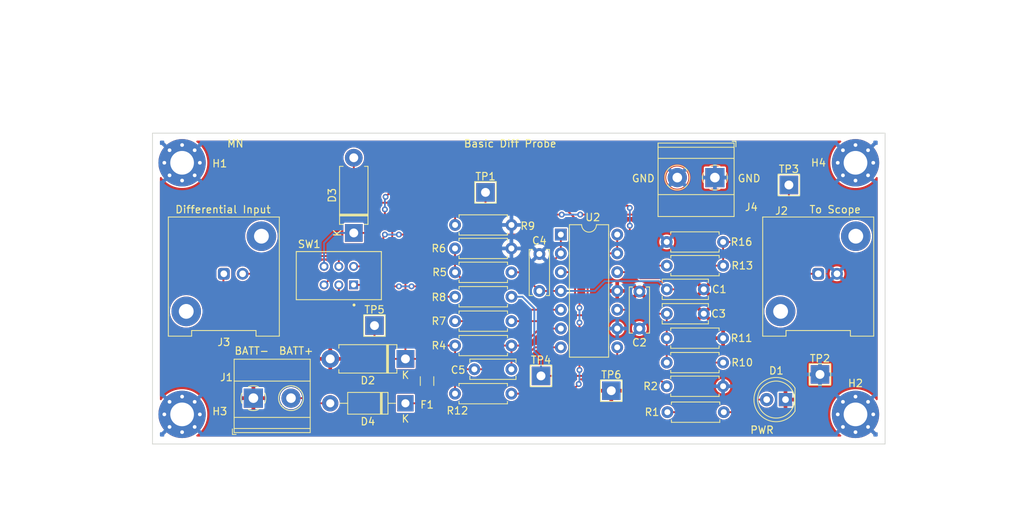
<source format=kicad_pcb>
(kicad_pcb (version 20221018) (generator pcbnew)
  (title_block (title "Basic Diff Probe Layout") (date "2023-09-08") (rev "1"))
  (layers (0 "F.Cu" signal) (31 "B.Cu" signal) (34 "B.Paste" user) (35 "F.Paste" user) (36 "B.SilkS" user "B.Silkscreen") (37 "F.SilkS" user "F.Silkscreen") (38 "B.Mask" user) (39 "F.Mask" user) (44 "Edge.Cuts" user))
  (net 0 "")
  (net 1 "+BATT")
  (net 2 "-BATT")
  (net 3 "Net-(U2C-+)")
  (net 4 "GND")
  (net 5 "Net-(U2B--)")
  (net 6 "Net-(C5-Pad2)")
  (net 7 "Net-(D1-A)")
  (net 8 "Net-(D3-A1)")
  (net 9 "Net-(D3-A2)")
  (net 10 "Net-(D4-K)")
  (net 11 "Net-(D4-A)")
  (net 12 "Net-(J2-In)")
  (net 13 "Net-(J3-In)")
  (net 14 "Net-(J3-Ext)")
  (net 15 "Net-(R2-Pad1)")
  (net 16 "Net-(U2A--)")
  (net 17 "Net-(U2B-+)")
  (net 18 "Net-(U2D--)")
  (net 19 "Net-(R12-Pad1)")
  (net 20 "Net-(R13-Pad2)")
  (footprint "TestPoint:TestPoint_THTPad_2.5x2.5mm_Drill1.2mm" (layer "F.Cu") (at 145.5 119.8)
    (fp_text reference "TP4" (at 0 -2.148) (layer "F.SilkS"))
    (fp_text value "TestPoint")
    (pad "1" thru_hole rect (at 0 0) (size 2.5 2.5) (drill 1.2) (layers "*.Cu" "*.Mask") (net 12 "Net-(J2-In)"))
  )
  (footprint "TestPoint:TestPoint_THTPad_2.5x2.5mm_Drill1.2mm" (layer "F.Cu") (at 183.2 119.6)
    (fp_text reference "TP2" (at 0 -2.148) (layer "F.SilkS"))
    (fp_text value "TestPoint")
    (pad "1" thru_hole rect (at 0 0) (size 2.5 2.5) (drill 1.2) (layers "*.Cu" "*.Mask") (net 4 "GND"))
  )
  (footprint "Resistor_THT:R_Axial_DIN0207_L6.3mm_D2.5mm_P7.62mm_Horizontal" (layer "F.Cu") (at 133.88 122.2)
    (fp_text reference "R12" (at 0.32 2.3) (layer "F.SilkS"))
    (fp_text value "900k+/-0.1%")
    (pad "1" thru_hole circle (at 0 0) (size 1.6 1.6) (drill 0.8) (layers "*.Cu" "*.Mask") (net 19 "Net-(R12-Pad1)"))
    (pad "2" thru_hole oval (at 7.62 0) (size 1.6 1.6) (drill 0.8) (layers "*.Cu" "*.Mask") (net 9 "Net-(D3-A2)"))
  )
  (footprint "Resistor_THT:R_Axial_DIN0207_L6.3mm_D2.5mm_P7.62mm_Horizontal" (layer "F.Cu") (at 170.11 118 180)
    (fp_text reference "R10" (at -2.58 0) (layer "F.SilkS"))
    (fp_text value "10k")
    (pad "1" thru_hole circle (at 0 0 180) (size 1.6 1.6) (drill 0.8) (layers "*.Cu" "*.Mask") (net 1 "+BATT"))
    (pad "2" thru_hole oval (at 7.62 0 180) (size 1.6 1.6) (drill 0.8) (layers "*.Cu" "*.Mask") (net 3 "Net-(U2C-+)"))
  )
  (footprint "Diode_THT:D_DO-41_SOD81_P10.16mm_Horizontal" (layer "F.Cu") (at 127.18 123.5 180)
    (fp_text reference "D4" (at 5.08 -2.47) (layer "F.SilkS"))
    (fp_text value "1N5817")
    (fp_text user "K" (at 0 -2.1) (layer "F.SilkS"))
    (pad "1" thru_hole rect (at 0 0 180) (size 2.2 2.2) (drill 1.1) (layers "*.Cu" "*.Mask") (net 10 "Net-(D4-K)"))
    (pad "2" thru_hole oval (at 10.16 0 180) (size 2.2 2.2) (drill 1.1) (layers "*.Cu" "*.Mask") (net 11 "Net-(D4-A)"))
  )
  (footprint "LED_THT:LED_D5.0mm" (layer "F.Cu") (at 178.54 123 180)
    (fp_text reference "D1" (at 1.24 3.9) (layer "F.SilkS"))
    (fp_text value "WP7113ID")
    (pad "1" thru_hole rect (at 0 0 180) (size 1.8 1.8) (drill 0.9) (layers "*.Cu" "*.Mask") (net 2 "-BATT"))
    (pad "2" thru_hole circle (at 2.54 0 180) (size 1.8 1.8) (drill 0.9) (layers "*.Cu" "*.Mask") (net 7 "Net-(D1-A)"))
  )
  (footprint "Resistor_THT:R_Axial_DIN0207_L6.3mm_D2.5mm_P7.62mm_Horizontal" (layer "F.Cu") (at 162.49 121.2)
    (fp_text reference "R2" (at -2.18 0) (layer "F.SilkS"))
    (fp_text value "0")
    (pad "1" thru_hole circle (at 0 0) (size 1.6 1.6) (drill 0.8) (layers "*.Cu" "*.Mask") (net 15 "Net-(R2-Pad1)"))
    (pad "2" thru_hole oval (at 7.62 0) (size 1.6 1.6) (drill 0.8) (layers "*.Cu" "*.Mask") (net 4 "GND"))
  )
  (footprint "Capacitor_THT:C_Disc_D6.0mm_W2.5mm_P5.00mm" (layer "F.Cu") (at 141.5 118.9 180)
    (fp_text reference "C5" (at 7.2 -0.1) (layer "F.SilkS"))
    (fp_text value "10pF")
    (pad "1" thru_hole circle (at 0 0 180) (size 1.6 1.6) (drill 0.8) (layers "*.Cu" "*.Mask") (net 5 "Net-(U2B--)"))
    (pad "2" thru_hole circle (at 5 0 180) (size 1.6 1.6) (drill 0.8) (layers "*.Cu" "*.Mask") (net 6 "Net-(C5-Pad2)"))
  )
  (footprint "Resistor_THT:R_Axial_DIN0207_L6.3mm_D2.5mm_P7.62mm_Horizontal" (layer "F.Cu") (at 170.12 104.9 180)
    (fp_text reference "R13" (at -2.58 0) (layer "F.SilkS"))
    (fp_text value "900k+/-0.1%")
    (pad "1" thru_hole circle (at 0 0 180) (size 1.6 1.6) (drill 0.8) (layers "*.Cu" "*.Mask") (net 8 "Net-(D3-A1)"))
    (pad "2" thru_hole oval (at 7.62 0 180) (size 1.6 1.6) (drill 0.8) (layers "*.Cu" "*.Mask") (net 20 "Net-(R13-Pad2)"))
  )
  (footprint "Resistor_THT:R_Axial_DIN0207_L6.3mm_D2.5mm_P7.62mm_Horizontal" (layer "F.Cu") (at 133.88 102.575)
    (fp_text reference "R6" (at -2.19 0) (layer "F.SilkS"))
    (fp_text value "10k+/-0.1%")
    (pad "1" thru_hole circle (at 0 0) (size 1.6 1.6) (drill 0.8) (layers "*.Cu" "*.Mask") (net 17 "Net-(U2B-+)"))
    (pad "2" thru_hole oval (at 7.62 0) (size 1.6 1.6) (drill 0.8) (layers "*.Cu" "*.Mask") (net 4 "GND"))
  )
  (footprint "MountingHole:MountingHole_3.2mm_M3_Pad_Via" (layer "F.Cu") (at 97 91)
    (fp_text reference "H1" (at 5.08 0.105888) (layer "F.SilkS"))
    (fp_text value "M3")
    (pad "1" thru_hole circle (at -2.4 0) (size 0.8 0.8) (drill 0.5) (layers "*.Cu" "*.Mask") (net 4 "GND"))
    (pad "1" thru_hole circle (at -1.697056 -1.697056) (size 0.8 0.8) (drill 0.5) (layers "*.Cu" "*.Mask") (net 4 "GND"))
    (pad "1" thru_hole circle (at -1.697056 1.697056) (size 0.8 0.8) (drill 0.5) (layers "*.Cu" "*.Mask") (net 4 "GND"))
    (pad "1" thru_hole circle (at 0 -2.4) (size 0.8 0.8) (drill 0.5) (layers "*.Cu" "*.Mask") (net 4 "GND"))
    (pad "1" thru_hole circle (at 0 0) (size 6.4 6.4) (drill 3.2) (layers "*.Cu" "*.Mask") (net 4 "GND"))
    (pad "1" thru_hole circle (at 0 2.4) (size 0.8 0.8) (drill 0.5) (layers "*.Cu" "*.Mask") (net 4 "GND"))
    (pad "1" thru_hole circle (at 1.697056 -1.697056) (size 0.8 0.8) (drill 0.5) (layers "*.Cu" "*.Mask") (net 4 "GND"))
    (pad "1" thru_hole circle (at 1.697056 1.697056) (size 0.8 0.8) (drill 0.5) (layers "*.Cu" "*.Mask") (net 4 "GND"))
    (pad "1" thru_hole circle (at 2.4 0) (size 0.8 0.8) (drill 0.5) (layers "*.Cu" "*.Mask") (net 4 "GND"))
  )
  (footprint "Resistor_THT:R_Axial_DIN0207_L6.3mm_D2.5mm_P7.62mm_Horizontal" (layer "F.Cu") (at 162.49 114.7)
    (fp_text reference "R11" (at 10.11 0) (layer "F.SilkS"))
    (fp_text value "10k")
    (pad "1" thru_hole circle (at 0 0) (size 1.6 1.6) (drill 0.8) (layers "*.Cu" "*.Mask") (net 3 "Net-(U2C-+)"))
    (pad "2" thru_hole oval (at 7.62 0) (size 1.6 1.6) (drill 0.8) (layers "*.Cu" "*.Mask") (net 2 "-BATT"))
  )
  (footprint "Diode_THT:D_DO-15_P10.16mm_Horizontal" (layer "F.Cu") (at 120.2 100.48 90)
    (fp_text reference "D3" (at 5.08 -2.92 90) (layer "F.SilkS"))
    (fp_text value "SA9.0CA")
    (fp_text user "K" (at 0 -2.2 90) (layer "F.SilkS"))
    (pad "1" thru_hole rect (at 0 0 90) (size 2.4 2.4) (drill 1.2) (layers "*.Cu" "*.Mask") (net 8 "Net-(D3-A1)"))
    (pad "2" thru_hole oval (at 10.16 0 90) (size 2.4 2.4) (drill 1.2) (layers "*.Cu" "*.Mask") (net 9 "Net-(D3-A2)"))
  )
  (footprint "TestPoint:TestPoint_THTPad_2.5x2.5mm_Drill1.2mm" (layer "F.Cu") (at 138 95)
    (fp_text reference "TP1" (at 0 -2.148) (layer "F.SilkS"))
    (fp_text value "TestPoint")
    (pad "1" thru_hole rect (at 0 0) (size 2.5 2.5) (drill 1.2) (layers "*.Cu" "*.Mask") (net 9 "Net-(D3-A2)"))
  )
  (footprint "Package_DIP:DIP-14_W7.62mm" (layer "F.Cu") (at 148.18 100.7)
    (fp_text reference "U2" (at 4.32 -2.33) (layer "F.SilkS"))
    (fp_text value "LMC6484AIN")
    (pad "1" thru_hole rect (at 0 0) (size 1.6 1.6) (drill 0.8) (layers "*.Cu" "*.Mask") (net 16 "Net-(U2A--)"))
    (pad "2" thru_hole oval (at 0 2.54) (size 1.6 1.6) (drill 0.8) (layers "*.Cu" "*.Mask") (net 16 "Net-(U2A--)"))
    (pad "3" thru_hole oval (at 0 5.08) (size 1.6 1.6) (drill 0.8) (layers "*.Cu" "*.Mask") (net 9 "Net-(D3-A2)"))
    (pad "4" thru_hole oval (at 0 7.62) (size 1.6 1.6) (drill 0.8) (layers "*.Cu" "*.Mask") (net 1 "+BATT"))
    (pad "5" thru_hole oval (at 0 10.16) (size 1.6 1.6) (drill 0.8) (layers "*.Cu" "*.Mask") (net 17 "Net-(U2B-+)"))
    (pad "6" thru_hole oval (at 0 12.7) (size 1.6 1.6) (drill 0.8) (layers "*.Cu" "*.Mask") (net 5 "Net-(U2B--)"))
    (pad "7" thru_hole oval (at 0 15.24) (size 1.6 1.6) (drill 0.8) (layers "*.Cu" "*.Mask") (net 6 "Net-(C5-Pad2)"))
    (pad "8" thru_hole oval (at 7.62 15.24) (size 1.6 1.6) (drill 0.8) (layers "*.Cu" "*.Mask") (net 15 "Net-(R2-Pad1)"))
    (pad "9" thru_hole oval (at 7.62 12.7) (size 1.6 1.6) (drill 0.8) (layers "*.Cu" "*.Mask") (net 4 "GND"))
    (pad "10" thru_hole oval (at 7.62 10.16) (size 1.6 1.6) (drill 0.8) (layers "*.Cu" "*.Mask") (net 3 "Net-(U2C-+)"))
    (pad "11" thru_hole oval (at 7.62 7.62) (size 1.6 1.6) (drill 0.8) (layers "*.Cu" "*.Mask") (net 2 "-BATT"))
    (pad "12" thru_hole oval (at 7.62 5.08) (size 1.6 1.6) (drill 0.8) (layers "*.Cu" "*.Mask") (net 8 "Net-(D3-A1)"))
    (pad "13" thru_hole oval (at 7.62 2.54) (size 1.6 1.6) (drill 0.8) (layers "*.Cu" "*.Mask") (net 18 "Net-(U2D--)"))
    (pad "14" thru_hole oval (at 7.62 0) (size 1.6 1.6) (drill 0.8) (layers "*.Cu" "*.Mask") (net 18 "Net-(U2D--)"))
  )
  (footprint "Capacitor_THT:C_Disc_D6.0mm_W2.5mm_P5.00mm" (layer "F.Cu") (at 162.5 111.4)
    (fp_text reference "C3" (at 7 0) (layer "F.SilkS"))
    (fp_text value "0.1uF")
    (pad "1" thru_hole circle (at 0 0) (size 1.6 1.6) (drill 0.8) (layers "*.Cu" "*.Mask") (net 3 "Net-(U2C-+)"))
    (pad "2" thru_hole circle (at 5 0) (size 1.6 1.6) (drill 0.8) (layers "*.Cu" "*.Mask") (net 2 "-BATT"))
  )
  (footprint "MountingHole:MountingHole_3.2mm_M3_Pad_Via" (layer "F.Cu") (at 97 125)
    (fp_text reference "H3" (at 5.09 -0.4) (layer "F.SilkS"))
    (fp_text value "M3")
    (pad "1" thru_hole circle (at -2.4 0) (size 0.8 0.8) (drill 0.5) (layers "*.Cu" "*.Mask") (net 4 "GND"))
    (pad "1" thru_hole circle (at -1.697056 -1.697056) (size 0.8 0.8) (drill 0.5) (layers "*.Cu" "*.Mask") (net 4 "GND"))
    (pad "1" thru_hole circle (at -1.697056 1.697056) (size 0.8 0.8) (drill 0.5) (layers "*.Cu" "*.Mask") (net 4 "GND"))
    (pad "1" thru_hole circle (at 0 -2.4) (size 0.8 0.8) (drill 0.5) (layers "*.Cu" "*.Mask") (net 4 "GND"))
    (pad "1" thru_hole circle (at 0 0) (size 6.4 6.4) (drill 3.2) (layers "*.Cu" "*.Mask") (net 4 "GND"))
    (pad "1" thru_hole circle (at 0 2.4) (size 0.8 0.8) (drill 0.5) (layers "*.Cu" "*.Mask") (net 4 "GND"))
    (pad "1" thru_hole circle (at 1.697056 -1.697056) (size 0.8 0.8) (drill 0.5) (layers "*.Cu" "*.Mask") (net 4 "GND"))
    (pad "1" thru_hole circle (at 1.697056 1.697056) (size 0.8 0.8) (drill 0.5) (layers "*.Cu" "*.Mask") (net 4 "GND"))
    (pad "1" thru_hole circle (at 2.4 0) (size 0.8 0.8) (drill 0.5) (layers "*.Cu" "*.Mask") (net 4 "GND"))
  )
  (footprint "Resistor_THT:R_Axial_DIN0207_L6.3mm_D2.5mm_P7.62mm_Horizontal" (layer "F.Cu") (at 141.51 115.7 180)
    (fp_text reference "R4" (at 9.81 0) (layer "F.SilkS"))
    (fp_text value "10k+/-0.1%")
    (pad "1" thru_hole circle (at 0 0 180) (size 1.6 1.6) (drill 0.8) (layers "*.Cu" "*.Mask") (net 5 "Net-(U2B--)"))
    (pad "2" thru_hole oval (at 7.62 0 180) (size 1.6 1.6) (drill 0.8) (layers "*.Cu" "*.Mask") (net 6 "Net-(C5-Pad2)"))
  )
  (footprint "Resistor_THT:R_Axial_DIN0207_L6.3mm_D2.5mm_P7.62mm_Horizontal" (layer "F.Cu") (at 133.89 109.1)
    (fp_text reference "R8" (at -2.19 0.075) (layer "F.SilkS"))
    (fp_text value "100")
    (pad "1" thru_hole circle (at 0 0) (size 1.6 1.6) (drill 0.8) (layers "*.Cu" "*.Mask") (net 6 "Net-(C5-Pad2)"))
    (pad "2" thru_hole oval (at 7.62 0) (size 1.6 1.6) (drill 0.8) (layers "*.Cu" "*.Mask") (net 12 "Net-(J2-In)"))
  )
  (footprint "Capacitor_THT:C_Disc_D6.0mm_W2.5mm_P5.00mm" (layer "F.Cu") (at 162.5 108.1)
    (fp_text reference "C1" (at 7.1 0) (layer "F.SilkS"))
    (fp_text value "10uF")
    (pad "1" thru_hole circle (at 0 0) (size 1.6 1.6) (drill 0.8) (layers "*.Cu" "*.Mask") (net 1 "+BATT"))
    (pad "2" thru_hole circle (at 5 0) (size 1.6 1.6) (drill 0.8) (layers "*.Cu" "*.Mask") (net 2 "-BATT"))
  )
  (footprint "MountingHole:MountingHole_3.2mm_M3_Pad_Via" (layer "F.Cu") (at 188 125)
    (fp_text reference "H2" (at 0 -4.2) (layer "F.SilkS"))
    (fp_text value "M3")
    (pad "1" thru_hole circle (at -2.4 0) (size 0.8 0.8) (drill 0.5) (layers "*.Cu" "*.Mask") (net 4 "GND"))
    (pad "1" thru_hole circle (at -1.697056 -1.697056) (size 0.8 0.8) (drill 0.5) (layers "*.Cu" "*.Mask") (net 4 "GND"))
    (pad "1" thru_hole circle (at -1.697056 1.697056) (size 0.8 0.8) (drill 0.5) (layers "*.Cu" "*.Mask") (net 4 "GND"))
    (pad "1" thru_hole circle (at 0 -2.4) (size 0.8 0.8) (drill 0.5) (layers "*.Cu" "*.Mask") (net 4 "GND"))
    (pad "1" thru_hole circle (at 0 0) (size 6.4 6.4) (drill 3.2) (layers "*.Cu" "*.Mask") (net 4 "GND"))
    (pad "1" thru_hole circle (at 0 2.4) (size 0.8 0.8) (drill 0.5) (layers "*.Cu" "*.Mask") (net 4 "GND"))
    (pad "1" thru_hole circle (at 1.697056 -1.697056) (size 0.8 0.8) (drill 0.5) (layers "*.Cu" "*.Mask") (net 4 "GND"))
    (pad "1" thru_hole circle (at 1.697056 1.697056) (size 0.8 0.8) (drill 0.5) (layers "*.Cu" "*.Mask") (net 4 "GND"))
    (pad "1" thru_hole circle (at 2.4 0) (size 0.8 0.8) (drill 0.5) (layers "*.Cu" "*.Mask") (net 4 "GND"))
  )
  (footprint "Fuse:Fuse_1206_3216Metric_Pad1.42x1.75mm_HandSolder" (layer "F.Cu") (at 130.1 120.5 90)
    (fp_text reference "F1" (at -3.2 0 180) (layer "F.SilkS"))
    (fp_text value "100mA")
    (pad "1" smd roundrect (at -1.4875 0 90) (size 1.425 1.75) (layers "F.Cu" "F.Paste" "F.Mask") (roundrect_rratio 0.1754392982) (net 10 "Net-(D4-K)"))
    (pad "2" smd roundrect (at 1.4875 0 90) (size 1.425 1.75) (layers "F.Cu" "F.Paste" "F.Mask") (roundrect_rratio 0.1754392982) (net 1 "+BATT"))
  )
  (footprint "TerminalBlock_Phoenix:TerminalBlock_Phoenix_MKDS-1,5-2-5.08_1x02_P5.08mm_Horizontal" (layer "F.Cu") (at 169 93 180)
    (fp_text reference "J4" (at -4.92 -4) (layer "F.SilkS"))
    (fp_text value "GND Output")
    (pad "1" thru_hole rect (at 0 0 180) (size 2.6 2.6) (drill 1.3) (layers "*.Cu" "*.Mask") (net 4 "GND"))
    (pad "2" thru_hole circle (at 5.08 0 180) (size 2.6 2.6) (drill 1.3) (layers "*.Cu" "*.Mask") (net 4 "GND"))
  )
  (footprint "Resistor_THT:R_Axial_DIN0207_L6.3mm_D2.5mm_P7.62mm_Horizontal" (layer "F.Cu") (at 162.49 101.7)
    (fp_text reference "R16" (at 10.11 0) (layer "F.SilkS"))
    (fp_text value "100k+/-0.1%")
    (pad "1" thru_hole circle (at 0 0) (size 1.6 1.6) (drill 0.8) (layers "*.Cu" "*.Mask") (net 4 "GND"))
    (pad "2" thru_hole oval (at 7.62 0) (size 1.6 1.6) (drill 0.8) (layers "*.Cu" "*.Mask") (net 8 "Net-(D3-A1)"))
  )
  (footprint "Connector_Coaxial:BNC_Amphenol_031-5539_Vertical" (layer "F.Cu") (at 102.64 106)
    (fp_text reference "J3" (at 0 9.25 180) (layer "F.SilkS"))
    (fp_text value "Differential Input")
    (pad "" thru_hole circle (at -5.08 5.08 180) (size 4 4) (drill 2) (layers "*.Cu" "*.Mask"))
    (pad "" thru_hole circle (at 5.08 -5.08 180) (size 4 4) (drill 2) (layers "*.Cu" "*.Mask"))
    (pad "1" thru_hole roundrect (at 0 0 180) (size 1.6 1.6) (drill 0.9) (layers "*.Cu" "*.Mask") (net 13 "Net-(J3-In)"))
    (pad "2" thru_hole circle (at 2.54 0 180) (size 1.6 1.6) (drill 0.9) (layers "*.Cu" "*.Mask") (net 14 "Net-(J3-Ext)"))
  )
  (footprint "Diode_THT:D_DO-15_P10.16mm_Horizontal" (layer "F.Cu") (at 127.18 117.5 180)
    (fp_text reference "D2" (at 5.08 -2.92) (layer "F.SilkS"))
    (fp_text value "SA10A")
    (fp_text user "K" (at 0 -2.2) (layer "F.SilkS"))
    (pad "1" thru_hole rect (at 0 0 180) (size 2.4 2.4) (drill 1.2) (layers "*.Cu" "*.Mask") (net 1 "+BATT"))
    (pad "2" thru_hole oval (at 10.16 0 180) (size 2.4 2.4) (drill 1.2) (layers "*.Cu" "*.Mask") (net 2 "-BATT"))
  )
  (footprint "TerminalBlock_Phoenix:TerminalBlock_Phoenix_MKDS-1,5-2-5.08_1x02_P5.08mm_Horizontal" (layer "F.Cu") (at 106.635 122.805)
    (fp_text reference "J1" (at -3.635 -2.805) (layer "F.SilkS"))
    (fp_text value "9V Battery Input")
    (pad "1" thru_hole rect (at 0 0) (size 2.6 2.6) (drill 1.3) (layers "*.Cu" "*.Mask") (net 2 "-BATT"))
    (pad "2" thru_hole circle (at 5.08 0) (size 2.6 2.6) (drill 1.3) (layers "*.Cu" "*.Mask") (net 11 "Net-(D4-A)"))
  )
  (footprint "TestPoint:TestPoint_THTPad_2.5x2.5mm_Drill1.2mm" (layer "F.Cu") (at 155 121.8)
    (fp_text reference "TP6" (at 0 -2.148) (layer "F.SilkS"))
    (fp_text value "TestPoint")
    (pad "1" thru_hole rect (at 0 0) (size 2.5 2.5) (drill 1.2) (layers "*.Cu" "*.Mask") (net 2 "-BATT"))
  )
  (footprint "Resistor_THT:R_Axial_DIN0207_L6.3mm_D2.5mm_P7.62mm_Horizontal" (layer "F.Cu") (at 141.51 105.8 180)
    (fp_text reference "R5" (at 9.71 0) (layer "F.SilkS"))
    (fp_text value "10k+/-0.1%")
    (pad "1" thru_hole circle (at 0 0 180) (size 1.6 1.6) (drill 0.8) (layers "*.Cu" "*.Mask") (net 16 "Net-(U2A--)"))
    (pad "2" thru_hole oval (at 7.62 0 180) (size 1.6 1.6) (drill 0.8) (layers "*.Cu" "*.Mask") (net 17 "Net-(U2B-+)"))
  )
  (footprint "TestPoint:TestPoint_THTPad_2.5x2.5mm_Drill1.2mm" (layer "F.Cu") (at 123 113)
    (fp_text reference "TP5" (at 0 -2.148) (layer "F.SilkS"))
    (fp_text value "TestPoint")
    (pad "1" thru_hole rect (at 0 0) (size 2.5 2.5) (drill 1.2) (layers "*.Cu" "*.Mask") (net 1 "+BATT"))
  )
  (footprint "Capacitor_THT:C_Disc_D6.0mm_W2.5mm_P5.00mm" (layer "F.Cu") (at 158.8 113.4 90)
    (fp_text reference "C2" (at -1.9 0) (layer "F.SilkS"))
    (fp_text value "0.1uF")
    (pad "1" thru_hole circle (at 0 0 90) (size 1.6 1.6) (drill 0.8) (layers "*.Cu" "*.Mask") (net 4 "GND"))
    (pad "2" thru_hole circle (at 5 0 90) (size 1.6 1.6) (drill 0.8) (layers "*.Cu" "*.Mask") (net 2 "-BATT"))
  )
  (footprint "MountingHole:MountingHole_3.2mm_M3_Pad_Via" (layer "F.Cu") (at 188 91)
    (fp_text reference "H4" (at -5 0) (layer "F.SilkS"))
    (fp_text value "M3")
    (pad "1" thru_hole circle (at -2.4 0) (size 0.8 0.8) (drill 0.5) (layers "*.Cu" "*.Mask") (net 4 "GND"))
    (pad "1" thru_hole circle (at -1.697056 -1.697056) (size 0.8 0.8) (drill 0.5) (layers "*.Cu" "*.Mask") (net 4 "GND"))
    (pad "1" thru_hole circle (at -1.697056 1.697056) (size 0.8 0.8) (drill 0.5) (layers "*.Cu" "*.Mask") (net 4 "GND"))
    (pad "1" thru_hole circle (at 0 -2.4) (size 0.8 0.8) (drill 0.5) (layers "*.Cu" "*.Mask") (net 4 "GND"))
    (pad "1" thru_hole circle (at 0 0) (size 6.4 6.4) (drill 3.2) (layers "*.Cu" "*.Mask") (net 4 "GND"))
    (pad "1" thru_hole circle (at 0 2.4) (size 0.8 0.8) (drill 0.5) (layers "*.Cu" "*.Mask") (net 4 "GND"))
    (pad "1" thru_hole circle (at 1.697056 -1.697056) (size 0.8 0.8) (drill 0.5) (layers "*.Cu" "*.Mask") (net 4 "GND"))
    (pad "1" thru_hole circle (at 1.697056 1.697056) (size 0.8 0.8) (drill 0.5) (layers "*.Cu" "*.Mask") (net 4 "GND"))
    (pad "1" thru_hole circle (at 2.4 0) (size 0.8 0.8) (drill 0.5) (layers "*.Cu" "*.Mask") (net 4 "GND"))
  )
  (footprint "Resistor_THT:R_Axial_DIN0207_L6.3mm_D2.5mm_P7.62mm_Horizontal" (layer "F.Cu") (at 133.89 99.4)
    (fp_text reference "R9" (at 9.82 0.15) (layer "F.SilkS"))
    (fp_text value "100k+/-0.1%")
    (pad "1" thru_hole circle (at 0 0) (size 1.6 1.6) (drill 0.8) (layers "*.Cu" "*.Mask") (net 9 "Net-(D3-A2)"))
    (pad "2" thru_hole oval (at 7.62 0) (size 1.6 1.6) (drill 0.8) (layers "*.Cu" "*.Mask") (net 4 "GND"))
  )
  (footprint "Connector_Coaxial:BNC_Amphenol_031-5539_Vertical" (layer "F.Cu") (at 182.96 106)
    (fp_text reference "J2" (at -4.96 -8.5 180) (layer "F.SilkS"))
    (fp_text value "To Scope")
    (pad "" thru_hole circle (at -5.08 5.08 180) (size 4 4) (drill 2) (layers "*.Cu" "*.Mask"))
    (pad "" thru_hole circle (at 5.08 -5.08 180) (size 4 4) (drill 2) (layers "*.Cu" "*.Mask"))
    (pad "1" thru_hole roundrect (at 0 0 180) (size 1.6 1.6) (drill 0.9) (layers "*.Cu" "*.Mask") (net 12 "Net-(J2-In)"))
    (pad "2" thru_hole circle (at 2.54 0 180) (size 1.6 1.6) (drill 0.9) (layers "*.Cu" "*.Mask") (net 4 "GND"))
  )
  (footprint "Resistor_THT:R_Axial_DIN0207_L6.3mm_D2.5mm_P7.62mm_Horizontal" (layer "F.Cu") (at 141.51 112.4 180)
    (fp_text reference "R7" (at 9.81 0) (layer "F.SilkS"))
    (fp_text value "10k+/-0.1%")
    (pad "1" thru_hole circle (at 0 0 180) (size 1.6 1.6) (drill 0.8) (layers "*.Cu" "*.Mask") (net 18 "Net-(U2D--)"))
    (pad "2" thru_hole oval (at 7.62 0 180) (size 1.6 1.6) (drill 0.8) (layers "*.Cu" "*.Mask") (net 5 "Net-(U2B--)"))
  )
  (footprint "Resistor_THT:R_Axial_DIN0207_L6.3mm_D2.5mm_P7.62mm_Horizontal" (layer "F.Cu") (at 162.58 124.7)
    (fp_text reference "R1" (at -2.08 0) (layer "F.SilkS"))
    (fp_text value "1.4k")
    (pad "1" thru_hole circle (at 0 0) (size 1.6 1.6) (drill 0.8) (layers "*.Cu" "*.Mask") (net 1 "+BATT"))
    (pad "2" thru_hole oval (at 7.62 0) (size 1.6 1.6) (drill 0.8) (layers "*.Cu" "*.Mask") (net 7 "Net-(D1-A)"))
  )
  (footprint "Capacitor_THT:C_Disc_D6.0mm_W2.5mm_P5.00mm" (layer "F.Cu") (at 145.28 103.325 -90)
    (fp_text reference "C4" (at -1.8 0 -180) (layer "F.SilkS"))
    (fp_text value "0.1uF")
    (pad "1" thru_hole circle (at 0 0 270) (size 1.6 1.6) (drill 0.8) (layers "*.Cu" "*.Mask") (net 4 "GND"))
    (pad "2" thru_hole circle (at 5 0 270) (size 1.6 1.6) (drill 0.8) (layers "*.Cu" "*.Mask") (net 1 "+BATT"))
  )
  (footprint "TestPoint:TestPoint_THTPad_2.5x2.5mm_Drill1.2mm" (layer "F.Cu") (at 179 94)
    (fp_text reference "TP3" (at 0 -2.148) (layer "F.SilkS"))
    (fp_text value "TestPoint")
    (pad "1" thru_hole rect (at 0 0) (size 2.5 2.5) (drill 1.2) (layers "*.Cu" "*.Mask") (net 8 "Net-(D3-A1)"))
  )
  (footprint "Diff_Probe_Parts:SW_EG2209A" (layer "F.Cu") (at 118.18 106.25 180)
    (fp_text reference "SW1" (at 4 4.25) (layer "F.SilkS"))
    (fp_text value "EG2209A")
    (pad "1" thru_hole rect (at -2 -1.25 180) (size 1.208 1.208) (drill 0.7) (layers "*.Cu" "*.Mask") (net 19 "Net-(R12-Pad1)"))
    (pad "2" thru_hole circle (at 0 -1.25 180) (size 1.208 1.208) (drill 0.7) (layers "*.Cu" "*.Mask") (net 13 "Net-(J3-In)"))
    (pad "3" thru_hole circle (at 2 -1.25 180) (size 1.208 1.208) (drill 0.7) (layers "*.Cu" "*.Mask") (net 9 "Net-(D3-A2)"))
    (pad "4" thru_hole circle (at -2 1.25 180) (size 1.208 1.208) (drill 0.7) (layers "*.Cu" "*.Mask") (net 20 "Net-(R13-Pad2)"))
    (pad "5" thru_hole circle (at 0 1.25 180) (size 1.208 1.208) (drill 0.7) (layers "*.Cu" "*.Mask") (net 14 "Net-(J3-Ext)"))
    (pad "6" thru_hole circle (at 2 1.25 180) (size 1.208 1.208) (drill 0.7) (layers "*.Cu" "*.Mask") (net 8 "Net-(D3-A1)"))
  )
  (gr_line (start 93 87) (end 192 87) (stroke (width 0.1)) (layer "Edge.Cuts"))
  (gr_line (start 93 87) (end 93 129) (stroke (width 0.1)) (layer "Edge.Cuts"))
  (gr_line (start 93 129) (end 192 129) (stroke (width 0.1)) (layer "Edge.Cuts"))
  (gr_line (start 192 87) (end 192 129) (stroke (width 0.1)) (layer "Edge.Cuts"))
  (gr_text "MN" (at 103 89) (layer "F.SilkS") (effects (font (size 1 1)) (justify left bottom)))
  (gr_text "Basic Diff Probe" (at 135 89) (layer "F.SilkS") (effects (font (size 1 1)) (justify left bottom)))
  (gr_text "PWR" (at 173.7 127.7) (layer "F.SilkS") (effects (font (size 1 1)) (justify left bottom)))
  (gr_text "Differential Input" (at 96 97.9) (layer "F.SilkS") (effects (font (size 1 1)) (justify left bottom)))
  (gr_text "BATT+" (at 110 117) (layer "F.SilkS") (effects (font (size 1 1)) (justify left bottom)))
  (gr_text "To Scope" (at 181.7 97.9) (layer "F.SilkS") (effects (font (size 1 1)) (justify left bottom)))
  (gr_text "BATT-" (at 104 117) (layer "F.SilkS") (effects (font (size 1 1)) (justify left bottom)))
  (gr_text "GND" (at 157.7 93.7) (layer "F.SilkS") (effects (font (size 1 1)) (justify left bottom)))
  (gr_text "GND" (at 172 93.7) (layer "F.SilkS") (effects (font (size 1 1)) (justify left bottom)))
  (segment (start 123.5 117.5) (end 127.18 117.5) (width 0.25) (layer "F.Cu") (net 1))
  (segment (start 165 108.6) (end 165 117.6) (width 0.25) (layer "F.Cu") (net 1))
  (segment (start 129.68 117.5) (end 130.1 117.92) (width 0.25) (layer "F.Cu") (net 1))
  (segment (start 165.4 118) (end 165.7 118) (width 0.25) (layer "F.Cu") (net 1))
  (segment (start 128.9 101.2) (end 127.18 102.92) (width 0.25) (layer "F.Cu") (net 1))
  (segment (start 140.5 107.5) (end 139.6 106.6) (width 0.25) (layer "F.Cu") (net 1))
  (segment (start 165.7 118) (end 170.11 118) (width 0.25) (layer "F.Cu") (net 1))
  (segment (start 127.18 117.5) (end 129.68 117.5) (width 0.25) (layer "F.Cu") (net 1))
  (segment (start 162.58 124.7) (end 164.7 124.7) (width 0.25) (layer "F.Cu") (net 1))
  (segment (start 164.5 108.1) (end 165 108.6) (width 0.25) (layer "F.Cu") (net 1))
  (segment (start 123 113) (end 123 117) (width 0.25) (layer "F.Cu") (net 1))
  (segment (start 139.6 101.5) (end 139.3 101.2) (width 0.25) (layer "F.Cu") (net 1))
  (segment (start 165.7 123.7) (end 165.7 118) (width 0.25) (layer "F.Cu") (net 1))
  (segment (start 130.1 117.92) (end 130.1 119.0125) (width 0.25) (layer "F.Cu") (net 1))
  (segment (start 127.18 102.92) (end 127.18 117.5) (width 0.25) (layer "F.Cu") (net 1))
  (segment (start 139.6 106.6) (end 139.6 101.5) (width 0.25) (layer "F.Cu") (net 1))
  (segment (start 145.28 108.325) (end 144.455 107.5) (width 0.25) (layer "F.Cu") (net 1))
  (segment (start 139.3 101.2) (end 128.9 101.2) (width 0.25) (layer "F.Cu") (net 1))
  (segment (start 145.28 108.325) (end 148.175 108.325) (width 0.25) (layer "F.Cu") (net 1))
  (segment (start 165 117.6) (end 165.4 118) (width 0.25) (layer "F.Cu") (net 1))
  (segment (start 144.455 107.5) (end 140.5 107.5) (width 0.25) (layer "F.Cu") (net 1))
  (segment (start 164.7 124.7) (end 165.7 123.7) (width 0.25) (layer "F.Cu") (net 1))
  (segment (start 123 117) (end 123.5 117.5) (width 0.25) (layer "F.Cu") (net 1))
  (segment (start 162.5 108.1) (end 164.5 108.1) (width 0.25) (layer "F.Cu") (net 1))
  (segment (start 152.78 108.32) (end 154.1 107) (width 0.25) (layer "B.Cu") (net 1))
  (segment (start 154.1 107) (end 161.4 107) (width 0.25) (layer "B.Cu") (net 1))
  (segment (start 161.4 107) (end 162.5 108.1) (width 0.25) (layer "B.Cu") (net 1))
  (segment (start 148.18 108.32) (end 152.78 108.32) (width 0.25) (layer "B.Cu") (net 1))
  (segment (start 107.2 120.1) (end 116 120.1) (width 0.25) (layer "F.Cu") (net 2))
  (segment (start 116 120.1) (end 117.02 119.08) (width 0.25) (layer "F.Cu") (net 2))
  (segment (start 117.02 119.08) (end 117.02 117.5) (width 0.25) (layer "F.Cu") (net 2))
  (segment (start 106.635 122.805) (end 106.635 120.665) (width 0.25) (layer "F.Cu") (net 2))
  (segment (start 106.635 120.665) (end 107.2 120.1) (width 0.25) (layer "F.Cu") (net 2))
  (segment (start 162.49 114.7) (end 162.49 111.41) (width 0.25) (layer "F.Cu") (net 3))
  (segment (start 155.8 110.86) (end 158.76 110.86) (width 0.25) (layer "F.Cu") (net 3))
  (segment (start 162.49 114.7) (end 162.49 118) (width 0.25) (layer "F.Cu") (net 3))
  (segment (start 158.76 110.86) (end 159.3 111.4) (width 0.25) (layer "F.Cu") (net 3))
  (segment (start 159.3 111.4) (end 162.5 111.4) (width 0.25) (layer "F.Cu") (net 3))
  (segment (start 140.18 115.7) (end 141.51 115.7) (width 0.25) (layer "F.Cu") (net 5))
  (segment (start 141.51 115.7) (end 141.51 118.89) (width 0.25) (layer "F.Cu") (net 5))
  (segment (start 145.3 113.4) (end 148.18 113.4) (width 0.25) (layer "F.Cu") (net 5))
  (segment (start 139.28 114.8) (end 140.18 115.7) (width 0.25) (layer "F.Cu") (net 5))
  (segment (start 138.78 112.4) (end 139.28 112.9) (width 0.25) (layer "F.Cu") (net 5))
  (segment (start 143 115.7) (end 145.3 113.4) (width 0.25) (layer "F.Cu") (net 5))
  (segment (start 141.51 115.7) (end 143 115.7) (width 0.25) (layer "F.Cu") (net 5))
  (segment (start 133.89 112.4) (end 138.78 112.4) (width 0.25) (layer "F.Cu") (net 5))
  (segment (start 139.28 112.9) (end 139.28 114.8) (width 0.25) (layer "F.Cu") (net 5))
  (segment (start 134.58 118.9) (end 136.5 118.9) (width 0.25) (layer "F.Cu") (net 6))
  (segment (start 139 118.9) (end 140.6 120.5) (width 0.25) (layer "F.Cu") (net 6))
  (segment (start 136.5 118.9) (end 139 118.9) (width 0.25) (layer "F.Cu") (net 6))
  (segment (start 132.58 109.1) (end 132.18 109.5) (width 0.25) (layer "F.Cu") (net 6))
  (segment (start 132.18 109.5) (end 132.18 115.2) (width 0.25) (layer "F.Cu") (net 6))
  (segment (start 133.89 109.1) (end 132.58 109.1) (width 0.25) (layer "F.Cu") (net 6))
  (segment (start 140.6 120.5) (end 142.7 120.5) (width 0.25) (layer "F.Cu") (net 6))
  (segment (start 133.89 118.21) (end 134.58 118.9) (width 0.25) (layer "F.Cu") (net 6))
  (segment (start 143 117.6) (end 144.66 115.94) (width 0.25) (layer "F.Cu") (net 6))
  (segment (start 132.68 115.7) (end 133.89 115.7) (width 0.25) (layer "F.Cu") (net 6))
  (segment (start 133.89 115.7) (end 133.89 118.21) (width 0.25) (layer "F.Cu") (net 6))
  (segment (start 142.7 120.5) (end 143 120.2) (width 0.25) (layer "F.Cu") (net 6))
  (segment (start 143 120.2) (end 143 117.6) (width 0.25) (layer "F.Cu") (net 6))
  (segment (start 144.66 115.94) (end 148.18 115.94) (width 0.25) (layer "F.Cu") (net 6))
  (segment (start 132.18 115.2) (end 132.68 115.7) (width 0.25) (layer "F.Cu") (net 6))
  (segment (start 172.7 123.3) (end 173 123) (width 0.25) (layer "F.Cu") (net 7))
  (segment (start 172.5 124.7) (end 172.7 124.5) (width 0.25) (layer "F.Cu") (net 7))
  (segment (start 172.7 124.5) (end 172.7 123.3) (width 0.25) (layer "F.Cu") (net 7))
  (segment (start 170.2 124.7) (end 172.5 124.7) (width 0.25) (layer "F.Cu") (net 7))
  (segment (start 173 123) (end 176 123) (width 0.25) (layer "F.Cu") (net 7))
  (segment (start 122.22 100.48) (end 123.2 99.5) (width 0.25) (layer "F.Cu") (net 8))
  (segment (start 124.5 95.6) (end 124.9 95.2) (width 0.25) (layer "F.Cu") (net 8))
  (segment (start 167.2 104.9) (end 165.5 106.6) (width 0.25) (layer "F.Cu") (net 8))
  (segment (start 158.08 105.78) (end 158.9 106.6) (width 0.25) (layer "F.Cu") (net 8))
  (segment (start 165.5 106.6) (end 158.9 106.6) (width 0.25) (layer "F.Cu") (net 8))
  (segment (start 170.11 101.7) (end 175.9 101.7) (width 0.25) (layer "F.Cu") (net 8))
  (segment (start 170.12 104.9) (end 167.2 104.9) (width 0.25) (layer "F.Cu") (net 8))
  (segment (start 141.7 94.9) (end 148.3 94.9) (width 0.25) (layer "F.Cu") (net 8))
  (segment (start 155.8 105.78) (end 157.5 105.78) (width 0.25) (layer "F.Cu") (net 8))
  (segment (start 157.2 96.8) (end 157.5 97.1) (width 0.25) (layer "F.Cu") (net 8))
  (segment (start 138.4 92.4) (end 139.2 92.4) (width 0.25) (layer "F.Cu") (net 8))
  (segment (start 170.11 101.7) (end 170.11 104.89) (width 0.25) (layer "F.Cu") (net 8))
  (segment (start 124.9 95.2) (end 133.3 95.2) (width 0.25) (layer "F.Cu") (net 8))
  (segment (start 141.1 94.3) (end 141.7 94.9) (width 0.25) (layer "F.Cu") (net 8))
  (segment (start 124.4 98.3) (end 124.4 97.3) (width 0.25) (layer "F.Cu") (net 8))
  (segment (start 150.2 96.8) (end 155.2 96.8) (width 0.25) (layer "F.Cu") (net 8))
  (segment (start 179 98.6) (end 179 94) (width 0.25) (layer "F.Cu") (net 8))
  (segment (start 139.2 92.4) (end 141.1 94.3) (width 0.25) (layer "F.Cu") (net 8))
  (segment (start 155.2 96.8) (end 157.2 96.8) (width 0.25) (layer "F.Cu") (net 8))
  (segment (start 120.2 100.48) (end 122.22 100.48) (width 0.25) (layer "F.Cu") (net 8))
  (segment (start 123.2 99.5) (end 124.4 98.3) (width 0.25) (layer "F.Cu") (net 8))
  (segment (start 136.1 92.4) (end 138.4 92.4) (width 0.25) (layer "F.Cu") (net 8))
  (segment (start 148.3 94.9) (end 150.2 96.8) (width 0.25) (layer "F.Cu") (net 8))
  (segment (start 133.3 95.2) (end 136.1 92.4) (width 0.25) (layer "F.Cu") (net 8))
  (segment (start 175.9 101.7) (end 179 98.6) (width 0.25) (layer "F.Cu") (net 8))
  (segment (start 157.5 99.5) (end 157.5 105.78) (width 0.25) (layer "F.Cu") (net 8))
  (segment (start 157.5 105.78) (end 158.08 105.78) (width 0.25) (layer "F.Cu") (net 8))
  (via (at 157.5 97.1) (size 0.8) (drill 0.4) (layers "F.Cu" "B.Cu") (net 8))
  (via (at 157.5 99.5) (size 0.8) (drill 0.4) (layers "F.Cu" "B.Cu") (net 8))
  (via (at 124.5 95.6) (size 0.8) (drill 0.4) (layers "F.Cu" "B.Cu") (net 8))
  (via (at 124.4 97.3) (size 0.8) (drill 0.4) (layers "F.Cu" "B.Cu") (net 8))
  (segment (start 116.18 101.82) (end 117.52 100.48) (width 0.25) (layer "B.Cu") (net 8))
  (segment (start 124.4 97.3) (end 124.4 95.7) (width 0.25) (layer "B.Cu") (net 8))
  (segment (start 116.18 105) (end 116.18 101.82) (width 0.25) (layer "B.Cu") (net 8))
  (segment (start 157.5 97.1) (end 157.5 99.5) (width 0.25) (layer "B.Cu") (net 8))
  (segment (start 117.52 100.48) (end 120.2 100.48) (width 0.25) (layer "B.Cu") (net 8))
  (segment (start 124.4 95.7) (end 124.5 95.6) (width 0.25) (layer "B.Cu") (net 8))
  (segment (start 150.1 109.1) (end 150.7 109.7) (width 0.25) (layer "F.Cu") (net 9))
  (segment (start 138 97.2) (end 148.8 97.2) (width 0.25) (layer "F.Cu") (net 9))
  (segment (start 116.18 107.5) (end 117.48 106.2) (width 0.25) (layer "F.Cu") (net 9))
  (segment (start 135.4 97.2) (end 138 97.2) (width 0.25) (layer "F.Cu") (net 9))
  (segment (start 133.89 99.4) (end 133.89 97.71) (width 0.25) (layer "F.Cu") (net 9))
  (segment (start 150.1 98.5) (end 150.1 105) (width 0.25) (layer "F.Cu") (net 9))
  (segment (start 150.1 105) (end 149.32 105.78) (width 0.25) (layer "F.Cu") (net 9))
  (segment (start 133.89 97.71) (end 134.4 97.2) (width 0.25) (layer "F.Cu") (net 9))
  (segment (start 149.32 105.78) (end 148.18 105.78) (width 0.25) (layer "F.Cu") (net 9))
  (segment (start 135.4 96.7) (end 135.4 97.2) (width 0.25) (layer "F.Cu") (net 9))
  (segment (start 121.3 96.4) (end 125.4 96.4) (width 0.25) (layer "F.Cu") (net 9))
  (segment (start 121.7 106.2) (end 125.4 102.5) (width 0.25) (layer "F.Cu") (net 9))
  (segment (start 149.3 122.2) (end 150.6 120.9) (width 0.25) (layer "F.Cu") (net 9))
  (segment (start 148.8 97.2) (end 150.1 98.5) (width 0.25) (layer "F.Cu") (net 9))
  (segment (start 134.4 97.2) (end 135.4 97.2) (width 0.25) (layer "F.Cu") (net 9))
  (segment (start 125.4 102.5) (end 125.4 96.4) (width 0.25) (layer "F.Cu") (net 9))
  (segment (start 120.2 90.32) (end 120.2 95.3) (width 0.25) (layer "F.Cu") (net 9))
  (segment (start 135.1 96.4) (end 135.4 96.7) (width 0.25) (layer "F.Cu") (net 9))
  (segment (start 150.7 109.7) (end 150.7 110.6) (width 0.25) (layer "F.Cu") (net 9))
  (segment (start 150.1 105) (end 150.1 109.1) (width 0.25) (layer "F.Cu") (net 9))
  (segment (start 120.2 95.3) (end 121.3 96.4) (width 0.25) (layer "F.Cu") (net 9))
  (segment (start 150.7 112.6) (end 150.7 119) (width 0.25) (layer "F.Cu") (net 9))
  (segment (start 138 95) (end 138 97.2) (width 0.25) (layer "F.Cu") (net 9))
  (segment (start 125.4 96.4) (end 135.1 96.4) (width 0.25) (layer "F.Cu") (net 9))
  (segment (start 141.5 122.2) (end 149.3 122.2) (width 0.25) (layer "F.Cu") (net 9))
  (segment (start 117.48 106.2) (end 121.7 106.2) (width 0.25) (layer "F.Cu") (net 9))
  (via (at 150.6 120.9) (size 0.8) (drill 0.4) (layers "F.Cu" "B.Cu") (net 9))
  (via (at 150.7 112.6) (size 0.8) (drill 0.4) (layers "F.Cu" "B.Cu") (net 9))
  (via (at 150.7 119) (size 0.8) (drill 0.4) (layers "F.Cu" "B.Cu") (net 9))
  (via (at 150.7 110.6) (size 0.8) (drill 0.4) (layers "F.Cu" "B.Cu") (net 9))
  (segment (start 150.7 110.6) (end 150.7 112.6) (width 0.25) (layer "B.Cu") (net 9))
  (segment (start 150.7 119) (end 150.7 120.8) (width 0.25) (layer "B.Cu") (net 9))
  (segment (start 150.7 120.8) (end 150.6 120.9) (width 0.25) (layer "B.Cu") (net 9))
  (segment (start 127.18 123.5) (end 129.7 123.5) (width 0.25) (layer "F.Cu") (net 10))
  (segment (start 129.7 123.5) (end 130.1 123.1) (width 0.25) (layer "F.Cu") (net 10))
  (segment (start 130.1 123.1) (end 130.1 121.9875) (width 0.25) (layer "F.Cu") (net 10))
  (segment (start 114.105 122.805) (end 114.8 123.5) (width 0.25) (layer "F.Cu") (net 11))
  (segment (start 111.715 122.805) (end 114.105 122.805) (width 0.25) (layer "F.Cu") (net 11))
  (segment (start 114.8 123.5) (end 117.02 123.5) (width 0.25) (layer "F.Cu") (net 11))
  (segment (start 145.5 119.8) (end 159.2 119.8) (width 0.25) (layer "F.Cu") (net 12))
  (segment (start 161.1 126.3) (end 164.6 126.3) (width 0.25) (layer "F.Cu") (net 12))
  (segment (start 164.6 126.3) (end 168 122.9) (width 0.25) (layer "F.Cu") (net 12))
  (segment (start 159.2 119.8) (end 160.2 120.8) (width 0.25) (layer "F.Cu") (net 12))
  (segment (start 175.8 106) (end 182.96 106) (width 0.25) (layer "F.Cu") (net 12))
  (segment (start 171.4 122.9) (end 171.9 122.4) (width 0.25) (layer "F.Cu") (net 12))
  (segment (start 160.2 125.4) (end 161.1 126.3) (width 0.25) (layer "F.Cu") (net 12))
  (segment (start 171.9 122.4) (end 171.9 109.9) (width 0.25) (layer "F.Cu") (net 12))
  (segment (start 171.9 109.9) (end 175.8 106) (width 0.25) (layer "F.Cu") (net 12))
  (segment (start 160.2 120.8) (end 160.2 125.4) (width 0.25) (layer "F.Cu") (net 12))
  (segment (start 168 122.9) (end 171.4 122.9) (width 0.25) (layer "F.Cu") (net 12))
  (segment (start 144.6 116.5) (end 145.5 117.4) (width 0.25) (layer "B.Cu") (net 12))
  (segment (start 145.5 117.4) (end 145.5 119.8) (width 0.25) (layer "B.Cu") (net 12))
  (segment (start 144.6 110.7) (end 144.6 116.5) (width 0.25) (layer "B.Cu") (net 12))
  (segment (start 141.51 109.1) (end 143 109.1) (width 0.25) (layer "B.Cu") (net 12))
  (segment (start 143 109.1) (end 144.6 110.7) (width 0.25) (layer "B.Cu") (net 12))
  (segment (start 102.88 109.2) (end 117.28 109.2) (width 0.25) (layer "F.Cu") (net 13))
  (segment (start 117.28 109.2) (end 118.18 108.3) (width 0.25) (layer "F.Cu") (net 13))
  (segment (start 102.58 106.06) (end 102.58 108.9) (width 0.25) (layer "F.Cu") (net 13))
  (segment (start 118.18 108.3) (end 118.18 107.5) (width 0.25) (layer "F.Cu") (net 13))
  (segment (start 102.58 108.9) (end 102.88 109.2) (width 0.25) (layer "F.Cu") (net 13))
  (segment (start 112.98 106) (end 113.78 105.2) (width 0.25) (layer "F.Cu") (net 14))
  (segment (start 113.78 105.2) (end 113.78 104.1) (width 0.25) (layer "F.Cu") (net 14))
  (segment (start 117.78 103.6) (end 118.18 104) (width 0.25) (layer "F.Cu") (net 14))
  (segment (start 105.18 106) (end 112.98 106) (width 0.25) (layer "F.Cu") (net 14))
  (segment (start 113.78 104.1) (end 114.28 103.6) (width 0.25) (layer "F.Cu") (net 14))
  (segment (start 114.28 103.6) (end 117.78 103.6) (width 0.25) (layer "F.Cu") (net 14))
  (segment (start 118.18 104) (end 118.18 105) (width 0.25) (layer "F.Cu") (net 14))
  (segment (start 155.8 115.94) (end 155.8 117.6) (width 0.25) (layer "F.Cu") (net 15))
  (segment (start 159.89 118.6) (end 162.49 121.2) (width 0.25) (layer "F.Cu") (net 15))
  (segment (start 156.8 118.6) (end 159.89 118.6) (width 0.25) (layer "F.Cu") (net 15))
  (segment (start 155.8 117.6) (end 156.8 118.6) (width 0.25) (layer "F.Cu") (net 15))
  (segment (start 141.51 105.8) (end 145.2 105.8) (width 0.25) (layer "F.Cu") (net 16))
  (segment (start 145.2 105.8) (end 146.1 104.9) (width 0.25) (layer "F.Cu") (net 16))
  (segment (start 146.52 104.9) (end 148.18 103.24) (width 0.25) (layer "F.Cu") (net 16))
  (segment (start 146.1 104.9) (end 146.52 104.9) (width 0.25) (layer "F.Cu") (net 16))
  (segment (start 148.18 100.7) (end 148.18 103.24) (width 0.25) (layer "F.Cu") (net 16))
  (segment (start 138.95 110.86) (end 148.18 110.86) (width 0.25) (layer "F.Cu") (net 17))
  (segment (start 133.89 105.8) (end 138.95 110.86) (width 0.25) (layer "F.Cu") (net 17))
  (segment (start 133.88 102.575) (end 133.88 105.79) (width 0.25) (layer "F.Cu") (net 17))
  (segment (start 151.4 111.6) (end 151.8 111.2) (width 0.25) (layer "F.Cu") (net 18))
  (segment (start 152.76 103.24) (end 155.8 103.24) (width 0.25) (layer "F.Cu") (net 18))
  (segment (start 151.8 111.2) (end 151.8 104.2) (width 0.25) (layer "F.Cu") (net 18))
  (segment (start 145.8 112.1) (end 149.6 112.1) (width 0.25) (layer "F.Cu") (net 18))
  (segment (start 141.51 112.4) (end 145.5 112.4) (width 0.25) (layer "F.Cu") (net 18))
  (segment (start 151.8 104.2) (end 152.76 103.24) (width 0.25) (layer "F.Cu") (net 18))
  (segment (start 149.6 112.1) (end 150.1 111.6) (width 0.25) (layer "F.Cu") (net 18))
  (segment (start 155.8 100.7) (end 155.8 103.24) (width 0.25) (layer "F.Cu") (net 18))
  (segment (start 145.5 112.4) (end 145.8 112.1) (width 0.25) (layer "F.Cu") (net 18))
  (segment (start 150.1 111.6) (end 151.4 111.6) (width 0.25) (layer "F.Cu") (net 18))
  (segment (start 131.3 108.1) (end 131.3 117) (width 0.25) (layer "F.Cu") (net 19))
  (segment (start 126.3 107.7) (end 121.9 107.7) (width 0.25) (layer "F.Cu") (net 19))
  (segment (start 121.9 107.7) (end 121.7 107.5) (width 0.25) (layer "F.Cu") (net 19))
  (segment (start 121.7 107.5) (end 120.18 107.5) (width 0.25) (layer "F.Cu") (net 19))
  (segment (start 130.9 107.7) (end 131.3 108.1) (width 0.25) (layer "F.Cu") (net 19))
  (segment (start 131.3 117) (end 133.88 119.58) (width 0.25) (layer "F.Cu") (net 19))
  (segment (start 128 107.7) (end 130.9 107.7) (width 0.25) (layer "F.Cu") (net 19))
  (segment (start 133.88 119.58) (end 133.88 122.2) (width 0.25) (layer "F.Cu") (net 19))
  (via (at 128 107.7) (size 0.8) (drill 0.4) (layers "F.Cu" "B.Cu") (net 19))
  (via (at 126.3 107.7) (size 0.8) (drill 0.4) (layers "F.Cu" "B.Cu") (net 19))
  (segment (start 126.3 107.7) (end 128 107.7) (width 0.25) (layer "B.Cu") (net 19))
  (segment (start 124.2 102.3) (end 124.2 100.9) (width 0.25) (layer "F.Cu") (net 20))
  (segment (start 158 98) (end 158.5 98.5) (width 0.25) (layer "F.Cu") (net 20))
  (segment (start 158.5 98.5) (end 158.5 103.4) (width 0.25) (layer "F.Cu") (net 20))
  (segment (start 147 98) (end 148.3 98) (width 0.25) (layer "F.Cu") (net 20))
  (segment (start 121.5 105) (end 124.2 102.3) (width 0.25) (layer "F.Cu") (net 20))
  (segment (start 126.3 100.7) (end 144.3 100.7) (width 0.25) (layer "F.Cu") (net 20))
  (segment (start 150.8 98) (end 158 98) (width 0.25) (layer "F.Cu") (net 20))
  (segment (start 120.18 105) (end 121.5 105) (width 0.25) (layer "F.Cu") (net 20))
  (segment (start 144.3 100.7) (end 145.5 99.5) (width 0.25) (layer "F.Cu") (net 20))
  (segment (start 124.2 100.9) (end 124.4 100.7) (width 0.25) (layer "F.Cu") (net 20))
  (segment (start 145.5 99.5) (end 147 98) (width 0.25) (layer "F.Cu") (net 20))
  (segment (start 160 104.9) (end 162.5 104.9) (width 0.25) (layer "F.Cu") (net 20))
  (segment (start 158.5 103.4) (end 160 104.9) (width 0.25) (layer "F.Cu") (net 20))
  (via (at 126.3 100.7) (size 0.8) (drill 0.4) (layers "F.Cu" "B.Cu") (net 20))
  (via (at 148.3 98) (size 0.8) (drill 0.4) (layers "F.Cu" "B.Cu") (net 20))
  (via (at 124.4 100.7) (size 0.8) (drill 0.4) (layers "F.Cu" "B.Cu") (net 20))
  (via (at 150.8 98) (size 0.8) (drill 0.4) (layers "F.Cu" "B.Cu") (net 20))
  (segment (start 148.3 98) (end 150.8 98) (width 0.25) (layer "B.Cu") (net 20))
  (segment (start 124.4 100.7) (end 126.3 100.7) (width 0.25) (layer "B.Cu") (net 20))
  (zone (net 2) (net_name "-BATT") (layer "F.Cu") (priority 1) (connect_pads (clearance 0)) (min_thickness 0.25) (fill yes (thermal_gap 0.5) (thermal_bridge_width 0.5))
    (polygon (pts (xy 94 88) (xy 191 88) (xy 191 128) (xy 94 128)))
  )
  (zone (net 4) (net_name "GND") (layer "B.Cu") (connect_pads (clearance 0)) (min_thickness 0.25) (fill yes (thermal_gap 0.5) (thermal_bridge_width 0.5))
    (polygon (pts (xy 94 88) (xy 191 88) (xy 191 128) (xy 94 128)))
  )
)
</source>
